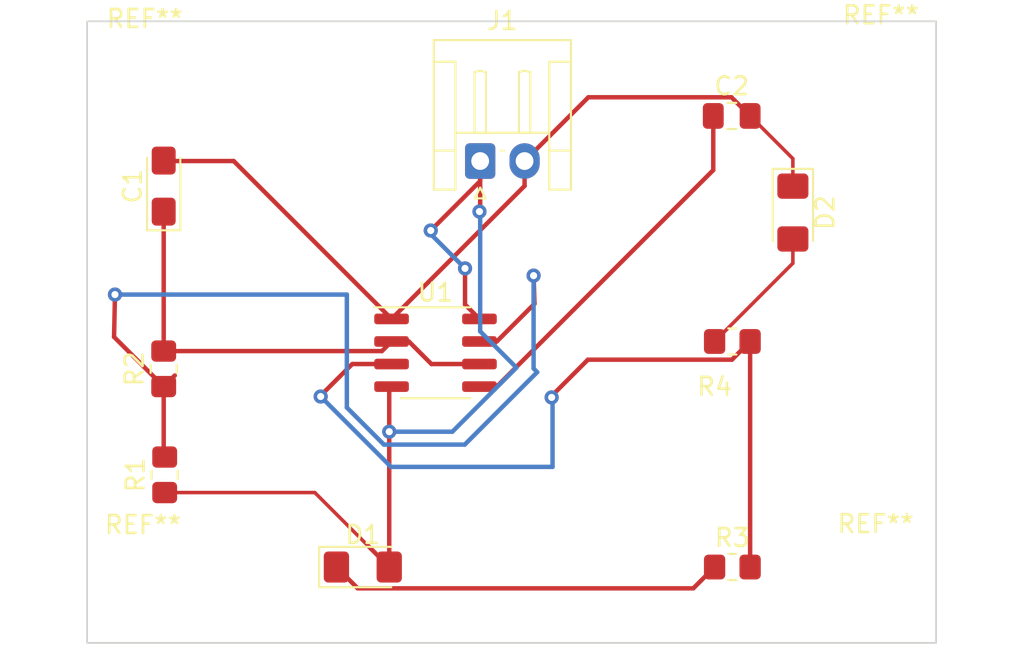
<source format=kicad_pcb>
(kicad_pcb (version 20221018) (generator pcbnew)
  (layers (0 "F.Cu" signal) (31 "B.Cu" signal) (34 "B.Paste" user) (35 "F.Paste" user) (36 "B.SilkS" user "B.Silkscreen") (37 "F.SilkS" user "F.Silkscreen") (38 "B.Mask" user) (39 "F.Mask" user) (44 "Edge.Cuts" user))
  (net 0 "")
  (net 1 "/pin_2")
  (net 2 "GND")
  (net 3 "Net-(U1-CV)")
  (net 4 "Net-(D2-A)")
  (net 5 "+9V")
  (net 6 "/pin_7")
  (net 7 "Net-(D1-K)")
  (net 8 "/pin_3")
  (footprint "Resistor_SMD:R_0805_2012Metric_Pad1.20x1.40mm_HandSolder" (layer "F.Cu") (at 49.0331 30.7291 180)
    (fp_text reference "R4" (at 1 -2.54) (layer "F.SilkS"))
    (fp_text value "R")
    (fp_line (start -0.227064 -0.735) (end 0.227064 -0.735) (stroke (width 0.12)) (layer "F.SilkS"))
    (fp_line (start -0.227064 0.735) (end 0.227064 0.735) (stroke (width 0.12)) (layer "F.SilkS"))
    (pad "1" smd roundrect (at -1 0 180) (size 1.2 1.4) (layers "F.Cu" "F.Paste" "F.Mask") (roundrect_rratio 0.208333) (net 8 "/pin_3"))
    (pad "2" smd roundrect (at 1 0 180) (size 1.2 1.4) (layers "F.Cu" "F.Paste" "F.Mask") (roundrect_rratio 0.208333) (net 4 "Net-(D2-A)"))
  )
  (footprint "MountingHole:MountingHole_2.5mm" (layer "F.Cu") (at 15.8496 44.5516)
    (fp_text reference "REF**" (at 0 -3.5) (layer "F.SilkS"))
    (fp_text value "MountingHole_2.5mm")
    (pad "" np_thru_hole circle (at 0 0) (size 2.5 2.5) (drill 2.5) (layers "*.Cu" "*.Mask"))
  )
  (footprint "MountingHole:MountingHole_2.5mm" (layer "F.Cu") (at 57.0992 44.5008)
    (fp_text reference "REF**" (at 0 -3.5) (layer "F.SilkS"))
    (fp_text value "MountingHole_2.5mm")
    (pad "" np_thru_hole circle (at 0 0) (size 2.5 2.5) (drill 2.5) (layers "*.Cu" "*.Mask"))
  )
  (footprint "MountingHole:MountingHole_2.5mm" (layer "F.Cu") (at 15.9512 16.0528)
    (fp_text reference "REF**" (at 0 -3.5) (layer "F.SilkS"))
    (fp_text value "MountingHole_2.5mm")
    (pad "" np_thru_hole circle (at 0 0) (size 2.5 2.5) (drill 2.5) (layers "*.Cu" "*.Mask"))
  )
  (footprint "Capacitor_SMD:C_0805_2012Metric_Pad1.18x1.45mm_HandSolder" (layer "F.Cu") (at 48.9956 18.0291)
    (fp_text reference "C2" (at 0 -1.68) (layer "F.SilkS"))
    (fp_text value "C")
    (fp_line (start -0.261252 -0.735) (end 0.261252 -0.735) (stroke (width 0.12)) (layer "F.SilkS"))
    (fp_line (start -0.261252 0.735) (end 0.261252 0.735) (stroke (width 0.12)) (layer "F.SilkS"))
    (pad "1" smd roundrect (at -1.0375 0) (size 1.175 1.45) (layers "F.Cu" "F.Paste" "F.Mask") (roundrect_rratio 0.212766) (net 3 "Net-(U1-CV)"))
    (pad "2" smd roundrect (at 1.0375 0) (size 1.175 1.45) (layers "F.Cu" "F.Paste" "F.Mask") (roundrect_rratio 0.212766) (net 2 "GND"))
  )
  (footprint "Resistor_SMD:R_0805_2012Metric_Pad1.20x1.40mm_HandSolder" (layer "F.Cu") (at 17.0688 38.2364 90)
    (fp_text reference "R1" (at 0 -1.65 90) (layer "F.SilkS"))
    (fp_text value "R")
    (fp_line (start -0.227064 -0.735) (end 0.227064 -0.735) (stroke (width 0.12)) (layer "F.SilkS"))
    (fp_line (start -0.227064 0.735) (end 0.227064 0.735) (stroke (width 0.12)) (layer "F.SilkS"))
    (pad "1" smd roundrect (at -1 0 90) (size 1.2 1.4) (layers "F.Cu" "F.Paste" "F.Mask") (roundrect_rratio 0.208333) (net 5 "+9V"))
    (pad "2" smd roundrect (at 1 0 90) (size 1.2 1.4) (layers "F.Cu" "F.Paste" "F.Mask") (roundrect_rratio 0.208333) (net 6 "/pin_7"))
  )
  (footprint "Resistor_SMD:R_0805_2012Metric_Pad1.20x1.40mm_HandSolder" (layer "F.Cu") (at 17.0131 32.2691 90)
    (fp_text reference "R2" (at 0 -1.65 90) (layer "F.SilkS"))
    (fp_text value "R")
    (fp_line (start -0.227064 -0.735) (end 0.227064 -0.735) (stroke (width 0.12)) (layer "F.SilkS"))
    (fp_line (start -0.227064 0.735) (end 0.227064 0.735) (stroke (width 0.12)) (layer "F.SilkS"))
    (pad "1" smd roundrect (at -1 0 90) (size 1.2 1.4) (layers "F.Cu" "F.Paste" "F.Mask") (roundrect_rratio 0.208333) (net 6 "/pin_7"))
    (pad "2" smd roundrect (at 1 0 90) (size 1.2 1.4) (layers "F.Cu" "F.Paste" "F.Mask") (roundrect_rratio 0.208333) (net 1 "/pin_2"))
  )
  (footprint "MountingHole:MountingHole_2.5mm" (layer "F.Cu") (at 57.404 15.8496)
    (fp_text reference "REF**" (at 0 -3.5) (layer "F.SilkS"))
    (fp_text value "MountingHole_2.5mm")
    (pad "" np_thru_hole circle (at 0 0) (size 2.5 2.5) (drill 2.5) (layers "*.Cu" "*.Mask"))
  )
  (footprint "Package_SO:SOIC-8_3.9x4.9mm_P1.27mm" (layer "F.Cu") (at 32.3181 31.3641)
    (fp_text reference "U1" (at 0 -3.4) (layer "F.SilkS"))
    (fp_text value "NE555D")
    (fp_line (start 0 -2.56) (end -3.45 -2.56) (stroke (width 0.12)) (layer "F.SilkS"))
    (fp_line (start 0 -2.56) (end 1.95 -2.56) (stroke (width 0.12)) (layer "F.SilkS"))
    (fp_line (start 0 2.56) (end -1.95 2.56) (stroke (width 0.12)) (layer "F.SilkS"))
    (fp_line (start 0 2.56) (end 1.95 2.56) (stroke (width 0.12)) (layer "F.SilkS"))
    (pad "1" smd roundrect (at -2.475 -1.905) (size 1.95 0.6) (layers "F.Cu" "F.Paste" "F.Mask") (net 2 "GND"))
    (pad "2" smd roundrect (at -2.475 -0.635) (size 1.95 0.6) (layers "F.Cu" "F.Paste" "F.Mask") (net 1 "/pin_2"))
    (pad "3" smd roundrect (at -2.475 0.635) (size 1.95 0.6) (layers "F.Cu" "F.Paste" "F.Mask") (net 8 "/pin_3"))
    (pad "4" smd roundrect (at -2.475 1.905) (size 1.95 0.6) (layers "F.Cu" "F.Paste" "F.Mask") (net 5 "+9V"))
    (pad "5" smd roundrect (at 2.475 1.905) (size 1.95 0.6) (layers "F.Cu" "F.Paste" "F.Mask") (net 3 "Net-(U1-CV)"))
    (pad "6" smd roundrect (at 2.475 0.635) (size 1.95 0.6) (layers "F.Cu" "F.Paste" "F.Mask") (net 1 "/pin_2"))
    (pad "7" smd roundrect (at 2.475 -0.635) (size 1.95 0.6) (layers "F.Cu" "F.Paste" "F.Mask") (net 6 "/pin_7"))
    (pad "8" smd roundrect (at 2.475 -1.905) (size 1.95 0.6) (layers "F.Cu" "F.Paste" "F.Mask") (net 5 "+9V"))
  )
  (footprint "LED_SMD:LED_1206_3216Metric_Pad1.42x1.75mm_HandSolder" (layer "F.Cu") (at 28.2256 43.4291)
    (fp_text reference "D1" (at 0 -1.82) (layer "F.SilkS"))
    (fp_text value "LED")
    (fp_line (start -2.46 -1.135) (end -2.46 1.135) (stroke (width 0.12)) (layer "F.SilkS"))
    (fp_line (start -2.46 1.135) (end 1.6 1.135) (stroke (width 0.12)) (layer "F.SilkS"))
    (fp_line (start 1.6 -1.135) (end -2.46 -1.135) (stroke (width 0.12)) (layer "F.SilkS"))
    (pad "1" smd roundrect (at -1.4875 0) (size 1.425 1.75) (layers "F.Cu" "F.Paste" "F.Mask") (roundrect_rratio 0.175439) (net 7 "Net-(D1-K)"))
    (pad "2" smd roundrect (at 1.4875 0) (size 1.425 1.75) (layers "F.Cu" "F.Paste" "F.Mask") (roundrect_rratio 0.175439) (net 5 "+9V"))
  )
  (footprint "Capacitor_Tantalum_SMD:CP_EIA-3216-18_Kemet-A_Pad1.58x1.35mm_HandSolder" (layer "F.Cu") (at 17.0131 21.9813 90)
    (fp_text reference "C1" (at 0 -1.75 90) (layer "F.SilkS"))
    (fp_text value "C_Polarized")
    (fp_line (start -2.485 -0.935) (end -2.485 0.935) (stroke (width 0.12)) (layer "F.SilkS"))
    (fp_line (start -2.485 0.935) (end 1.6 0.935) (stroke (width 0.12)) (layer "F.SilkS"))
    (fp_line (start 1.6 -0.935) (end -2.485 -0.935) (stroke (width 0.12)) (layer "F.SilkS"))
    (pad "1" smd roundrect (at -1.4375 0 90) (size 1.575 1.35) (layers "F.Cu" "F.Paste" "F.Mask") (roundrect_rratio 0.185185) (net 1 "/pin_2"))
    (pad "2" smd roundrect (at 1.4375 0 90) (size 1.575 1.35) (layers "F.Cu" "F.Paste" "F.Mask") (roundrect_rratio 0.185185) (net 2 "GND"))
  )
  (footprint "Resistor_SMD:R_0805_2012Metric_Pad1.20x1.40mm_HandSolder" (layer "F.Cu") (at 49.0331 43.4291)
    (fp_text reference "R3" (at 0 -1.65) (layer "F.SilkS"))
    (fp_text value "R")
    (fp_line (start -0.227064 -0.735) (end 0.227064 -0.735) (stroke (width 0.12)) (layer "F.SilkS"))
    (fp_line (start -0.227064 0.735) (end 0.227064 0.735) (stroke (width 0.12)) (layer "F.SilkS"))
    (pad "1" smd roundrect (at -1 0) (size 1.2 1.4) (layers "F.Cu" "F.Paste" "F.Mask") (roundrect_rratio 0.208333) (net 7 "Net-(D1-K)"))
    (pad "2" smd roundrect (at 1 0) (size 1.2 1.4) (layers "F.Cu" "F.Paste" "F.Mask") (roundrect_rratio 0.208333) (net 8 "/pin_3"))
  )
  (footprint "LED_SMD:LED_1206_3216Metric_Pad1.42x1.75mm_HandSolder" (layer "F.Cu") (at 52.4399 23.4696 -90)
    (fp_text reference "D2" (at 0 -1.82 90) (layer "F.SilkS"))
    (fp_text value "LED")
    (fp_line (start -2.46 -1.135) (end -2.46 1.135) (stroke (width 0.12)) (layer "F.SilkS"))
    (fp_line (start -2.46 1.135) (end 1.6 1.135) (stroke (width 0.12)) (layer "F.SilkS"))
    (fp_line (start 1.6 -1.135) (end -2.46 -1.135) (stroke (width 0.12)) (layer "F.SilkS"))
    (pad "1" smd roundrect (at -1.4875 0 270) (size 1.425 1.75) (layers "F.Cu" "F.Paste" "F.Mask") (roundrect_rratio 0.175439) (net 2 "GND"))
    (pad "2" smd roundrect (at 1.4875 0 270) (size 1.425 1.75) (layers "F.Cu" "F.Paste" "F.Mask") (roundrect_rratio 0.175439) (net 4 "Net-(D2-A)"))
  )
  (footprint "Connector_JST:JST_EH_S2B-EH_1x02_P2.50mm_Horizontal" (layer "F.Cu") (at 34.8331 20.5691)
    (fp_text reference "J1" (at 1.25 -7.9) (layer "F.SilkS"))
    (fp_text value "Conn_01x02_Pin")
    (fp_line (start -2.61 -6.81) (end 5.11 -6.81) (stroke (width 0.12)) (layer "F.SilkS"))
    (fp_line (start -2.61 -5.59) (end -1.39 -5.59) (stroke (width 0.12)) (layer "F.SilkS"))
    (fp_line (start -2.61 1.61) (end -2.61 -6.81) (stroke (width 0.12)) (layer "F.SilkS"))
    (fp_line (start -1.39 -5.59) (end -1.39 -0.59) (stroke (width 0.12)) (layer "F.SilkS"))
    (fp_line (start -1.39 -1.59) (end 3.89 -1.59) (stroke (width 0.12)) (layer "F.SilkS"))
    (fp_line (start -1.39 -0.59) (end -2.61 -0.59) (stroke (width 0.12)) (layer "F.SilkS"))
    (fp_line (start -1.39 -0.59) (end -1.39 1.61) (stroke (width 0.12)) (layer "F.SilkS"))
    (fp_line (start -1.39 1.61) (end -2.61 1.61) (stroke (width 0.12)) (layer "F.SilkS"))
    (fp_line (start -0.32 -5.01) (end 0 -5.09) (stroke (width 0.12)) (layer "F.SilkS"))
    (fp_line (start -0.32 -1.59) (end -0.32 -5.01) (stroke (width 0.12)) (layer "F.SilkS"))
    (fp_line (start -0.3 2.1) (end 0.3 2.1) (stroke (width 0.12)) (layer "F.SilkS"))
    (fp_line (start 0 -5.09) (end 0.32 -5.01) (stroke (width 0.12)) (layer "F.SilkS"))
    (fp_line (start 0 -1.59) (end -0.32 -1.59) (stroke (width 0.12)) (layer "F.SilkS"))
    (fp_line (start 0 1.5) (end -0.3 2.1) (stroke (width 0.12)) (layer "F.SilkS"))
    (fp_line (start 0.3 2.1) (end 0 1.5) (stroke (width 0.12)) (layer "F.SilkS"))
    (fp_line (start 0.32 -5.01) (end 0.32 -1.59) (stroke (width 0.12)) (layer "F.SilkS"))
    (fp_line (start 0.32 -1.59) (end 0 -1.59) (stroke (width 0.12)) (layer "F.SilkS"))
    (fp_line (start 1.17 -0.59) (end 1.33 -0.59) (stroke (width 0.12)) (layer "F.SilkS"))
    (fp_line (start 2.18 -5.01) (end 2.5 -5.09) (stroke (width 0.12)) (layer "F.SilkS"))
    (fp_line (start 2.18 -1.59) (end 2.18 -5.01) (stroke (width 0.12)) (layer "F.SilkS"))
    (fp_line (start 2.5 -5.09) (end 2.82 -5.01) (stroke (width 0.12)) (layer "F.SilkS"))
    (fp_line (start 2.5 -1.59) (end 2.18 -1.59) (stroke (width 0.12)) (layer "F.SilkS"))
    (fp_line (start 2.82 -5.01) (end 2.82 -1.59) (stroke (width 0.12)) (layer "F.SilkS"))
    (fp_line (start 2.82 -1.59) (end 2.5 -1.59) (stroke (width 0.12)) (layer "F.SilkS"))
    (fp_line (start 3.89 -5.59) (end 3.89 -0.59) (stroke (width 0.12)) (layer "F.SilkS"))
    (fp_line (start 3.89 -0.59) (end 5.11 -0.59) (stroke (width 0.12)) (layer "F.SilkS"))
    (fp_line (start 3.89 1.61) (end 3.89 -0.59) (stroke (width 0.12)) (layer "F.SilkS"))
    (fp_line (start 5.11 -6.81) (end 5.11 1.61) (stroke (width 0.12)) (layer "F.SilkS"))
    (fp_line (start 5.11 -5.59) (end 3.89 -5.59) (stroke (width 0.12)) (layer "F.SilkS"))
    (fp_line (start 5.11 1.61) (end 3.89 1.61) (stroke (width 0.12)) (layer "F.SilkS"))
    (pad "1" thru_hole roundrect (at 0 0) (size 1.7 2) (drill 1) (layers "*.Cu" "*.Mask") (roundrect_rratio 0.147059) (net 5 "+9V"))
    (pad "2" thru_hole oval (at 2.5 0) (size 1.7 2) (drill 1) (layers "*.Cu" "*.Mask") (net 2 "GND"))
  )
  (gr_rect (start 12.7 12.7) (end 60.5028 47.7012) (stroke (width 0.1)) (fill none) (layer "Edge.Cuts"))
  (segment (start 17.0131 31.2691) (end 29.3031 31.2691) (width 0.25) (layer "F.Cu") (net 1))
  (segment (start 30.8181 30.7291) (end 32.0881 31.9991) (width 0.25) (layer "F.Cu") (net 1))
  (segment (start 29.3031 31.2691) (end 29.8431 30.7291) (width 0.25) (layer "F.Cu") (net 1))
  (segment (start 32.0881 31.9991) (end 34.7931 31.9991) (width 0.25) (layer "F.Cu") (net 1))
  (segment (start 29.8431 30.7291) (end 30.8181 30.7291) (width 0.25) (layer "F.Cu") (net 1))
  (segment (start 17.0131 23.4441) (end 17.0131 31.2691) (width 0.25) (layer "F.Cu") (net 1))
  (segment (start 37.3331 21.9691) (end 37.3331 20.5691) (width 0.25) (layer "F.Cu") (net 2))
  (segment (start 48.9831 16.9791) (end 50.0331 18.0291) (width 0.25) (layer "F.Cu") (net 2))
  (segment (start 52.4399 21.9821) (end 52.4399 20.4359) (width 0.2) (layer "F.Cu") (net 2))
  (segment (start 29.8431 29.4591) (end 37.3331 21.9691) (width 0.25) (layer "F.Cu") (net 2))
  (segment (start 20.9531 20.5691) (end 29.8431 29.4591) (width 0.25) (layer "F.Cu") (net 2))
  (segment (start 52.4399 20.4359) (end 50.0331 18.0291) (width 0.2) (layer "F.Cu") (net 2))
  (segment (start 17.0131 20.5691) (end 20.9531 20.5691) (width 0.25) (layer "F.Cu") (net 2))
  (segment (start 37.3331 20.5691) (end 40.9231 16.9791) (width 0.25) (layer "F.Cu") (net 2))
  (segment (start 40.9231 16.9791) (end 48.9831 16.9791) (width 0.25) (layer "F.Cu") (net 2))
  (segment (start 47.9581 18.0291) (end 47.9581 21.0791) (width 0.25) (layer "F.Cu") (net 3))
  (segment (start 35.7681 33.2691) (end 34.7931 33.2691) (width 0.25) (layer "F.Cu") (net 3))
  (segment (start 47.9581 21.0791) (end 35.7681 33.2691) (width 0.25) (layer "F.Cu") (net 3))
  (segment (start 52.4399 24.9571) (end 52.4399 26.3223) (width 0.2) (layer "F.Cu") (net 4))
  (segment (start 52.4399 26.3223) (end 48.0331 30.7291) (width 0.2) (layer "F.Cu") (net 4))
  (segment (start 29.7131 43.4291) (end 29.7131 35.8091) (width 0.25) (layer "F.Cu") (net 5))
  (segment (start 33.9803 28.6463) (end 33.9803 26.6143) (width 0.25) (layer "F.Cu") (net 5))
  (segment (start 34.7931 23.4139) (end 34.8331 23.3739) (width 0.25) (layer "F.Cu") (net 5))
  (segment (start 29.7131 35.8091) (end 29.7131 33.3991) (width 0.25) (layer "F.Cu") (net 5))
  (segment (start 32.0499 24.4807) (end 34.8331 21.6975) (width 0.25) (layer "F.Cu") (net 5))
  (segment (start 17.0688 39.2364) (end 25.5204 39.2364) (width 0.2) (layer "F.Cu") (net 5))
  (segment (start 29.7131 33.3991) (end 29.8431 33.2691) (width 0.25) (layer "F.Cu") (net 5))
  (segment (start 34.8331 23.3739) (end 34.8331 20.5691) (width 0.25) (layer "F.Cu") (net 5))
  (segment (start 34.7931 29.4591) (end 33.9803 28.6463) (width 0.25) (layer "F.Cu") (net 5))
  (segment (start 34.8331 21.6975) (end 34.8331 20.5691) (width 0.25) (layer "F.Cu") (net 5))
  (segment (start 25.5204 39.2364) (end 29.7131 43.4291) (width 0.2) (layer "F.Cu") (net 5))
  (segment (start 28.5131 42.2291) (end 29.7131 43.4291) (width 0.25) (layer "F.Cu") (net 5))
  (via (at 29.7131 35.8091) (size 0.8) (drill 0.4) (layers "F.Cu" "B.Cu") (net 5))
  (via (at 34.7931 23.4139) (size 0.8) (drill 0.4) (layers "F.Cu" "B.Cu") (net 5))
  (via (at 33.9803 26.6143) (size 0.8) (drill 0.4) (layers "F.Cu" "B.Cu") (net 5))
  (via (at 32.0499 24.4807) (size 0.8) (drill 0.4) (layers "F.Cu" "B.Cu") (net 5))
  (segment (start 34.8947 23.4139) (end 34.8947 23.4139) (width 0.25) (layer "B.Cu") (net 5))
  (segment (start 34.8331 23.4755) (end 34.7931 23.5155) (width 0.25) (layer "B.Cu") (net 5))
  (segment (start 34.8331 30.1595) (end 34.8331 23.4755) (width 0.25) (layer "B.Cu") (net 5))
  (segment (start 34.8331 30.1595) (end 36.8759 32.2023) (width 0.25) (layer "B.Cu") (net 5))
  (segment (start 29.7131 35.8091) (end 33.2691 35.8091) (width 0.25) (layer "B.Cu") (net 5))
  (segment (start 33.2691 35.8091) (end 36.8759 32.2023) (width 0.25) (layer "B.Cu") (net 5))
  (segment (start 34.7931 23.5155) (end 34.7931 23.4139) (width 0.25) (layer "B.Cu") (net 5))
  (segment (start 32.0499 24.6839) (end 32.0499 24.4807) (width 0.25) (layer "B.Cu") (net 5))
  (segment (start 33.9803 26.6143) (end 32.0499 24.6839) (width 0.25) (layer "B.Cu") (net 5))
  (segment (start 34.7931 23.4139) (end 34.8947 23.4139) (width 0.25) (layer "B.Cu") (net 5))
  (segment (start 37.8919 28.6053) (end 37.8411 27.0207) (width 0.25) (layer "F.Cu") (net 6))
  (segment (start 35.7681 30.7291) (end 37.8919 28.6053) (width 0.25) (layer "F.Cu") (net 6))
  (segment (start 17.0131 37.1807) (end 17.0688 37.2364) (width 0.25) (layer "F.Cu") (net 6))
  (segment (start 14.2191 30.4751) (end 17.0131 33.2691) (width 0.25) (layer "F.Cu") (net 6))
  (segment (start 34.7931 30.7291) (end 35.7681 30.7291) (width 0.25) (layer "F.Cu") (net 6))
  (segment (start 37.8411 27.0207) (end 37.8919 27.1223) (width 0.25) (layer "F.Cu") (net 6))
  (segment (start 14.2699 28.0875) (end 14.2191 30.4751) (width 0.25) (layer "F.Cu") (net 6))
  (segment (start 17.0131 33.2691) (end 17.0131 37.1807) (width 0.25) (layer "F.Cu") (net 6))
  (segment (start 14.2191 28.1891) (end 14.2699 28.0875) (width 0.25) (layer "F.Cu") (net 6))
  (segment (start 17.0131 33.2691) (end 17.6381 32.6441) (width 0.25) (layer "F.Cu") (net 6))
  (via (at 14.2699 28.0875) (size 0.8) (drill 0.4) (layers "F.Cu" "B.Cu") (net 6))
  (via (at 37.8411 27.0207) (size 0.8) (drill 0.4) (layers "F.Cu" "B.Cu") (net 6))
  (segment (start 27.3255 28.0875) (end 27.3255 34.446805) (width 0.25) (layer "B.Cu") (net 6))
  (segment (start 29.412795 36.5341) (end 33.9665 36.5341) (width 0.25) (layer "B.Cu") (net 6))
  (segment (start 37.8411 32.2531) (end 37.8411 27.0207) (width 0.25) (layer "B.Cu") (net 6))
  (segment (start 27.3255 34.446805) (end 29.412795 36.5341) (width 0.25) (layer "B.Cu") (net 6))
  (segment (start 14.2699 28.0875) (end 27.3255 28.0875) (width 0.25) (layer "B.Cu") (net 6))
  (segment (start 33.9665 36.5341) (end 38.0443 32.4563) (width 0.25) (layer "B.Cu") (net 6))
  (segment (start 38.0443 32.4563) (end 37.8411 32.2531) (width 0.25) (layer "B.Cu") (net 6))
  (segment (start 27.9381 44.6291) (end 26.7381 43.4291) (width 0.25) (layer "F.Cu") (net 7))
  (segment (start 48.0331 43.4291) (end 46.8331 44.6291) (width 0.25) (layer "F.Cu") (net 7))
  (segment (start 46.8331 44.6291) (end 27.9381 44.6291) (width 0.25) (layer "F.Cu") (net 7))
  (segment (start 49.0081 31.7541) (end 40.8981 31.7541) (width 0.25) (layer "F.Cu") (net 8))
  (segment (start 25.8523 33.8279) (end 25.8015 33.8279) (width 0.25) (layer "F.Cu") (net 8))
  (segment (start 38.8571 33.8787) (end 38.7735 33.8787) (width 0.25) (layer "F.Cu") (net 8))
  (segment (start 25.8015 33.8279) (end 25.8523 33.7771) (width 0.25) (layer "F.Cu") (net 8))
  (segment (start 38.8571 33.7951) (end 38.8571 33.8787) (width 0.25) (layer "F.Cu") (net 8))
  (segment (start 29.8431 31.9991) (end 27.6303 31.9991) (width 0.25) (layer "F.Cu") (net 8))
  (segment (start 27.6303 31.9991) (end 25.8523 33.7771) (width 0.25) (layer "F.Cu") (net 8))
  (segment (start 50.0331 30.7291) (end 50.0331 43.4291) (width 0.25) (layer "F.Cu") (net 8))
  (segment (start 40.8981 31.7541) (end 38.8571 33.7951) (width 0.25) (layer "F.Cu") (net 8))
  (segment (start 25.8523 33.7771) (end 25.8523 33.8279) (width 0.25) (layer "F.Cu") (net 8))
  (segment (start 38.7735 33.8787) (end 38.7581 33.8941) (width 0.25) (layer "F.Cu") (net 8))
  (segment (start 50.0331 30.7291) (end 49.0081 31.7541) (width 0.25) (layer "F.Cu") (net 8))
  (via (at 25.8523 33.8279) (size 0.8) (drill 0.4) (layers "F.Cu" "B.Cu") (net 8))
  (via (at 38.8571 33.8787) (size 0.8) (drill 0.4) (layers "F.Cu" "B.Cu") (net 8))
  (segment (start 25.8523 33.8279) (end 29.8147 37.7903) (width 0.25) (layer "B.Cu") (net 8))
  (segment (start 38.9079 33.9295) (end 38.8571 33.8787) (width 0.25) (layer "B.Cu") (net 8))
  (segment (start 29.8147 37.7903) (end 38.9079 37.7903) (width 0.25) (layer "B.Cu") (net 8))
  (segment (start 38.9079 37.7903) (end 38.9079 33.9295) (width 0.25) (layer "B.Cu") (net 8))
)
</source>
